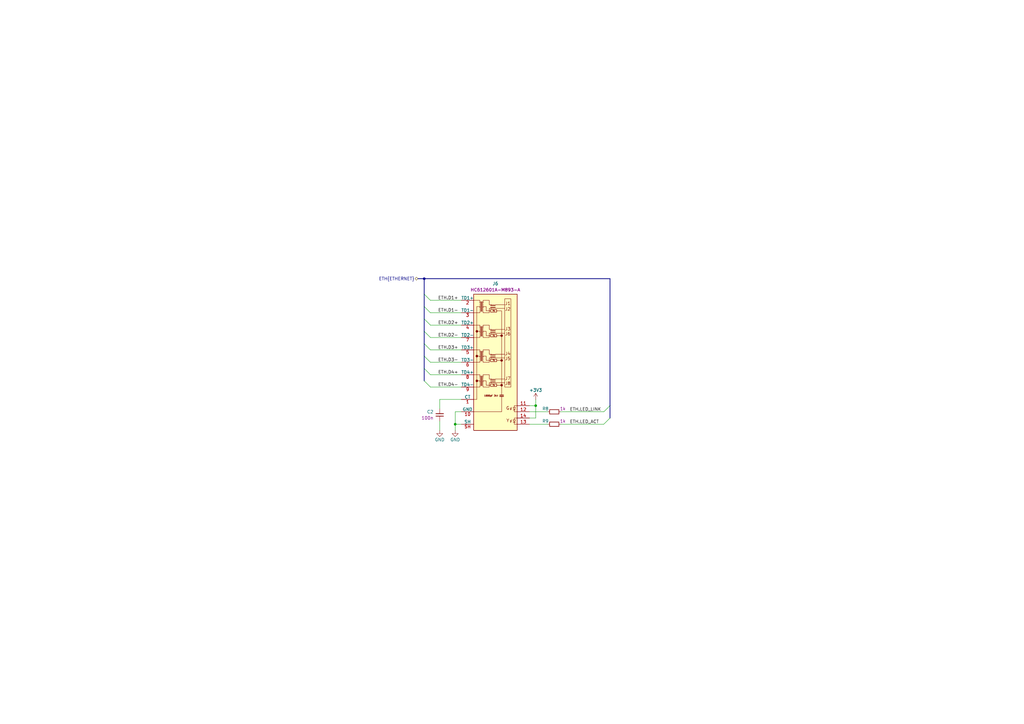
<source format=kicad_sch>
(kicad_sch (version 20250114) (generator "eeschema") (generator_version "9.0")
  (paper "A3")
  (title_block (title "ModuCard CM5 module") (date "2025-07-05") (rev "1.0.0") (company "KoNaR") (comment 1 "Project author: Dominik Pluta"))
  (lib_symbols
    (symbol "DW-capacitors:C-100n-0402" (pin_numbers (hide yes)) (pin_names (hide yes))
      (property "Reference" "C" (at 12.7 0 0))
      (property "Val" "100n" (at 12.7 -20.32 0))
      (symbol "C-100n-0402_0_1"
        (polyline (pts (xy 2.032 -1.524) (xy 2.032 1.524)) (stroke (width 0.3048)))
        (polyline (pts (xy 3.048 -1.524) (xy 3.048 1.524)) (stroke (width 0.3302)))
      )
      (symbol "C-100n-0402_1_1"
        (pin passive line (at 0 0 0) (length 2.032) (name "~") (number "1"))
        (pin passive line (at 5.08 0 180) (length 2.032) (name "~") (number "2"))
      )
    )
    (symbol "DW-connectors:RJ45_HC612601A-M893-A" (pin_names (offset 0))
      (property "Reference" "J" (at 25.4 0 0))
      (property "MPN" "HC612601A-M893-A" (at 25.4 -15.24 0))
      (symbol "RJ45_HC612601A-M893-A_0_0"
        (polyline (pts (xy 6.35 -2.54) (xy 7.62 -2.54)))
        (circle (center 6.35 -12.7) (radius 0.0001) (stroke (width 0.508)))
        (polyline (pts (xy 6.35 -22.86) (xy 7.62 -22.86)))
        (circle (center 6.35 -22.86) (radius 0.0001) (stroke (width 0.508)))
        (polyline (pts (xy 6.35 -33.02) (xy 7.62 -33.02)))
        (circle (center 6.35 -33.02) (radius 0.0001) (stroke (width 0.508)))
        (polyline (pts (xy 7.62 -12.7) (xy 6.35 -12.7)))
        (polyline (pts (xy 11.938 -4.318) (xy 10.16 -4.318) (xy 10.16 -2.54) (xy 8.89 -2.54)))
        (polyline (pts (xy 11.938 -14.478) (xy 10.16 -14.478) (xy 10.16 -12.7) (xy 8.89 -12.7)))
        (polyline (pts (xy 11.938 -24.638) (xy 10.16 -24.638) (xy 10.16 -22.86) (xy 8.89 -22.86)))
        (polyline (pts (xy 11.938 -34.798) (xy 10.16 -34.798) (xy 10.16 -33.02) (xy 8.89 -33.02)))
        (polyline (pts (xy 13.97 -1.778) (xy 17.78 -1.778)))
        (polyline (pts (xy 13.97 -3.302) (xy 17.78 -3.302)))
        (polyline (pts (xy 13.97 -11.938) (xy 17.78 -11.938)))
        (polyline (pts (xy 13.97 -13.462) (xy 17.78 -13.462)))
        (polyline (pts (xy 13.97 -22.098) (xy 17.78 -22.098)))
        (polyline (pts (xy 13.97 -23.622) (xy 17.78 -23.622)))
        (polyline (pts (xy 13.97 -32.258) (xy 17.78 -32.258)))
        (polyline (pts (xy 13.97 -33.782) (xy 17.78 -33.782)))
        (polyline (pts (xy 14.478 -34.798) (xy 16.51 -34.798)))
        (circle (center 16.51 -14.478) (radius 0.0001) (stroke (width 0.508)))
        (circle (center 16.51 -24.638) (radius 0.0001) (stroke (width 0.508)))
        (circle (center 16.51 -34.798) (radius 0.0001) (stroke (width 0.508)))
        (text "1000pF 2kV" (at 12.192 -39.116 0) (effects (font (size 0.635 0.635))))
        (text "G" (at 19.05 -44.196 0) (effects (font (size 1.27 1.27))))
        (text "Y" (at 19.05 -49.276 0) (effects (font (size 1.27 1.27))))
      )
      (symbol "RJ45_HC612601A-M893-A_0_1"
        (rectangle (start 5.08 2.54) (end 22.86 -53.34) (stroke (width 0.254)) (fill (type background)))
        (polyline (pts (xy 5.08 -40.64) (xy 6.35 -40.64) (xy 6.35 -2.54)))
        (circle (center 7.5946 -0.762) (radius 0.0762) (stroke (width 0.0254)) (fill (type outline)))
        (circle (center 7.5946 -2.794) (radius 0.0762) (stroke (width 0.0254)) (fill (type outline)))
        (circle (center 7.5946 -10.922) (radius 0.0762) (stroke (width 0.0254)) (fill (type outline)))
        (circle (center 7.5946 -12.954) (radius 0.0762) (stroke (width 0.0254)) (fill (type outline)))
        (circle (center 7.5946 -21.082) (radius 0.0762) (stroke (width 0.0254)) (fill (type outline)))
        (circle (center 7.5946 -23.114) (radius 0.0762) (stroke (width 0.0254)) (fill (type outline)))
        (circle (center 7.5946 -31.242) (radius 0.0762) (stroke (width 0.0254)) (fill (type outline)))
        (circle (center 7.5946 -33.274) (radius 0.0762) (stroke (width 0.0254)) (fill (type outline)))
        (arc (start 7.62 -2.032) (mid 7.873 -2.286) (end 7.62 -2.54))
        (arc (start 7.62 -2.54) (mid 7.873 -2.794) (end 7.62 -3.048))
        (arc (start 7.62 -12.192) (mid 7.873 -12.446) (end 7.62 -12.7))
        (arc (start 7.62 -12.7) (mid 7.873 -12.954) (end 7.62 -13.208))
        (arc (start 7.62 -22.352) (mid 7.873 -22.606) (end 7.62 -22.86))
        (arc (start 7.62 -22.86) (mid 7.873 -23.114) (end 7.62 -23.368))
        (arc (start 7.62 -32.512) (mid 7.873 -32.766) (end 7.62 -33.02))
        (arc (start 7.62 -33.02) (mid 7.873 -33.274) (end 7.62 -33.528))
        (polyline (pts (xy 7.62 -0.508) (xy 7.62 0) (xy 5.08 0)))
        (arc (start 7.62 -0.508) (mid 7.873 -0.762) (end 7.62 -1.016))
        (arc (start 7.62 -1.016) (mid 7.874 -1.27) (end 7.62 -1.524))
        (arc (start 7.62 -1.524) (mid 7.873 -1.778) (end 7.62 -2.032))
        (arc (start 7.62 -3.048) (mid 7.873 -3.302) (end 7.62 -3.556))
        (arc (start 7.62 -3.556) (mid 7.874 -3.81) (end 7.62 -4.064))
        (arc (start 7.62 -4.064) (mid 7.873 -4.318) (end 7.62 -4.572))
        (polyline (pts (xy 7.62 -4.572) (xy 7.62 -5.08) (xy 5.08 -5.08)))
        (polyline (pts (xy 7.62 -10.668) (xy 7.62 -10.16) (xy 5.08 -10.16)))
        (arc (start 7.62 -10.668) (mid 7.873 -10.922) (end 7.62 -11.176))
        (arc (start 7.62 -11.176) (mid 7.874 -11.43) (end 7.62 -11.684))
        (arc (start 7.62 -11.684) (mid 7.873 -11.938) (end 7.62 -12.192))
        (arc (start 7.62 -13.208) (mid 7.873 -13.462) (end 7.62 -13.716))
        (arc (start 7.62 -13.716) (mid 7.874 -13.97) (end 7.62 -14.224))
        (arc (start 7.62 -14.224) (mid 7.873 -14.478) (end 7.62 -14.732))
        (polyline (pts (xy 7.62 -14.732) (xy 7.62 -15.24) (xy 5.08 -15.24)))
        (polyline (pts (xy 7.62 -20.828) (xy 7.62 -20.32) (xy 5.08 -20.32)))
        (arc (start 7.62 -20.828) (mid 7.873 -21.082) (end 7.62 -21.336))
        (arc (start 7.62 -21.336) (mid 7.874 -21.59) (end 7.62 -21.844))
        (arc (start 7.62 -21.844) (mid 7.873 -22.098) (end 7.62 -22.352))
        (arc (start 7.62 -23.368) (mid 7.873 -23.622) (end 7.62 -23.876))
        (arc (start 7.62 -23.876) (mid 7.874 -24.13) (end 7.62 -24.384))
        (arc (start 7.62 -24.384) (mid 7.873 -24.638) (end 7.62 -24.892))
        (polyline (pts (xy 7.62 -24.892) (xy 7.62 -25.4) (xy 5.08 -25.4)))
        (polyline (pts (xy 7.62 -30.988) (xy 7.62 -30.48) (xy 5.08 -30.48)))
        (arc (start 7.62 -30.988) (mid 7.873 -31.242) (end 7.62 -31.496))
        (arc (start 7.62 -31.496) (mid 7.874 -31.75) (end 7.62 -32.004))
        (arc (start 7.62 -32.004) (mid 7.873 -32.258) (end 7.62 -32.512))
        (arc (start 7.62 -33.528) (mid 7.873 -33.782) (end 7.62 -34.036))
        (arc (start 7.62 -34.036) (mid 7.874 -34.29) (end 7.62 -34.544))
        (arc (start 7.62 -34.544) (mid 7.873 -34.798) (end 7.62 -35.052))
        (polyline (pts (xy 7.62 -35.052) (xy 7.62 -35.56) (xy 5.08 -35.56)))
        (polyline (pts (xy 8.128 -4.572) (xy 8.128 -0.508)))
        (polyline (pts (xy 8.128 -14.732) (xy 8.128 -10.668)))
        (polyline (pts (xy 8.128 -24.892) (xy 8.128 -20.828)))
        (polyline (pts (xy 8.128 -35.052) (xy 8.128 -30.988)))
        (polyline (pts (xy 8.382 -0.508) (xy 8.382 -4.572)))
        (polyline (pts (xy 8.382 -10.668) (xy 8.382 -14.732)))
        (polyline (pts (xy 8.382 -20.828) (xy 8.382 -24.892)))
        (polyline (pts (xy 8.382 -30.988) (xy 8.382 -35.052)))
        (arc (start 8.89 -1.016) (mid 8.637 -0.762) (end 8.89 -0.508))
        (arc (start 8.89 -1.524) (mid 8.636 -1.27) (end 8.89 -1.016))
        (arc (start 8.89 -2.032) (mid 8.637 -1.778) (end 8.89 -1.524))
        (arc (start 8.89 -3.556) (mid 8.637 -3.302) (end 8.89 -3.048))
        (arc (start 8.89 -4.064) (mid 8.636 -3.81) (end 8.89 -3.556))
        (arc (start 8.89 -4.572) (mid 8.637 -4.318) (end 8.89 -4.064))
        (polyline (pts (xy 8.89 -4.572) (xy 8.89 -5.08) (xy 11.43 -5.08) (xy 11.43 -3.302) (xy 11.938 -3.302)))
        (arc (start 8.89 -11.176) (mid 8.637 -10.922) (end 8.89 -10.668))
        (arc (start 8.89 -11.684) (mid 8.636 -11.43) (end 8.89 -11.176))
        (arc (start 8.89 -12.192) (mid 8.637 -11.938) (end 8.89 -11.684))
        (arc (start 8.89 -13.716) (mid 8.637 -13.462) (end 8.89 -13.208))
        (arc (start 8.89 -14.224) (mid 8.636 -13.97) (end 8.89 -13.716))
        (arc (start 8.89 -14.732) (mid 8.637 -14.478) (end 8.89 -14.224))
        (polyline (pts (xy 8.89 -14.732) (xy 8.89 -15.24) (xy 11.43 -15.24) (xy 11.43 -13.462) (xy 11.938 -13.462)))
        (arc (start 8.89 -21.336) (mid 8.637 -21.082) (end 8.89 -20.828))
        (arc (start 8.89 -21.844) (mid 8.636 -21.59) (end 8.89 -21.336))
        (arc (start 8.89 -22.352) (mid 8.637 -22.098) (end 8.89 -21.844))
        (arc (start 8.89 -23.876) (mid 8.637 -23.622) (end 8.89 -23.368))
        (arc (start 8.89 -24.384) (mid 8.636 -24.13) (end 8.89 -23.876))
        (arc (start 8.89 -24.892) (mid 8.637 -24.638) (end 8.89 -24.384))
        (polyline (pts (xy 8.89 -24.892) (xy 8.89 -25.4) (xy 11.43 -25.4) (xy 11.43 -23.622) (xy 11.938 -23.622)))
        (arc (start 8.89 -31.496) (mid 8.637 -31.242) (end 8.89 -30.988))
        (arc (start 8.89 -32.004) (mid 8.636 -31.75) (end 8.89 -31.496))
        (arc (start 8.89 -32.512) (mid 8.637 -32.258) (end 8.89 -32.004))
        (arc (start 8.89 -34.036) (mid 8.637 -33.782) (end 8.89 -33.528))
        (arc (start 8.89 -34.544) (mid 8.636 -34.29) (end 8.89 -34.036))
        (arc (start 8.89 -35.052) (mid 8.637 -34.798) (end 8.89 -34.544))
        (polyline (pts (xy 8.89 -35.052) (xy 8.89 -35.56) (xy 11.43 -35.56) (xy 11.43 -33.782) (xy 11.938 -33.782)))
        (arc (start 8.89 -2.54) (mid 8.637 -2.286) (end 8.89 -2.032))
        (arc (start 8.89 -3.048) (mid 8.637 -2.794) (end 8.89 -2.54))
        (arc (start 8.89 -12.7) (mid 8.637 -12.446) (end 8.89 -12.192))
        (arc (start 8.89 -13.208) (mid 8.637 -12.954) (end 8.89 -12.7))
        (arc (start 8.89 -22.86) (mid 8.637 -22.606) (end 8.89 -22.352))
        (arc (start 8.89 -23.368) (mid 8.637 -23.114) (end 8.89 -22.86))
        (arc (start 8.89 -33.02) (mid 8.637 -32.766) (end 8.89 -32.512))
        (arc (start 8.89 -33.528) (mid 8.637 -33.274) (end 8.89 -33.02))
        (circle (center 8.9154 -0.762) (radius 0.0762) (stroke (width 0.0254)) (fill (type outline)))
        (circle (center 8.9154 -2.794) (radius 0.0762) (stroke (width 0.0254)) (fill (type outline)))
        (circle (center 8.9154 -10.922) (radius 0.0762) (stroke (width 0.0254)) (fill (type outline)))
        (circle (center 8.9154 -12.954) (radius 0.0762) (stroke (width 0.0254)) (fill (type outline)))
        (circle (center 8.9154 -21.082) (radius 0.0762) (stroke (width 0.0254)) (fill (type outline)))
        (circle (center 8.9154 -23.114) (radius 0.0762) (stroke (width 0.0254)) (fill (type outline)))
        (circle (center 8.9154 -31.242) (radius 0.0762) (stroke (width 0.0254)) (fill (type outline)))
        (circle (center 8.9154 -33.274) (radius 0.0762) (stroke (width 0.0254)) (fill (type outline)))
        (polyline (pts (xy 11.938 -1.778) (xy 11.43 -1.778) (xy 11.43 0) (xy 8.89 0) (xy 8.89 -0.508)))
        (polyline (pts (xy 11.938 -2.286) (xy 13.97 -2.286)))
        (polyline (pts (xy 11.938 -11.938) (xy 11.43 -11.938) (xy 11.43 -10.16) (xy 8.89 -10.16) (xy 8.89 -10.668)))
        (polyline (pts (xy 11.938 -12.446) (xy 13.97 -12.446)))
        (polyline (pts (xy 11.938 -22.098) (xy 11.43 -22.098) (xy 11.43 -20.32) (xy 8.89 -20.32) (xy 8.89 -20.828)))
        (polyline (pts (xy 11.938 -22.606) (xy 13.97 -22.606)))
        (polyline (pts (xy 11.938 -32.258) (xy 11.43 -32.258) (xy 11.43 -30.48) (xy 8.89 -30.48) (xy 8.89 -30.988)))
        (polyline (pts (xy 11.938 -32.766) (xy 13.97 -32.766)))
        (circle (center 12.192 -1.7526) (radius 0.0762) (stroke (width 0.0254)) (fill (type outline)))
        (arc (start 12.446 -1.778) (mid 12.192 -2.0309) (end 11.938 -1.778))
        (arc (start 11.938 -3.302) (mid 12.192 -3.0491) (end 12.446 -3.302))
        (circle (center 12.192 -3.3274) (radius 0.0762) (stroke (width 0.0254)) (fill (type outline)))
        (circle (center 12.192 -11.9126) (radius 0.0762) (stroke (width 0.0254)) (fill (type outline)))
        (arc (start 12.446 -11.938) (mid 12.192 -12.1909) (end 11.938 -11.938))
        (arc (start 11.938 -13.462) (mid 12.192 -13.2091) (end 12.446 -13.462))
        (circle (center 12.192 -13.4874) (radius 0.0762) (stroke (width 0.0254)) (fill (type outline)))
        (circle (center 12.192 -22.0726) (radius 0.0762) (stroke (width 0.0254)) (fill (type outline)))
        (arc (start 12.446 -22.098) (mid 12.192 -22.3509) (end 11.938 -22.098))
        (arc (start 11.938 -23.622) (mid 12.192 -23.3691) (end 12.446 -23.622))
        (circle (center 12.192 -23.6474) (radius 0.0762) (stroke (width 0.0254)) (fill (type outline)))
        (circle (center 12.192 -32.2326) (radius 0.0762) (stroke (width 0.0254)) (fill (type outline)))
        (arc (start 12.446 -32.258) (mid 12.192 -32.5109) (end 11.938 -32.258))
        (arc (start 11.938 -33.782) (mid 12.192 -33.5291) (end 12.446 -33.782))
        (circle (center 12.192 -33.8074) (radius 0.0762) (stroke (width 0.0254)) (fill (type outline)))
        (arc (start 12.954 -1.778) (mid 12.7 -2.0309) (end 12.446 -1.778))
        (arc (start 12.446 -3.302) (mid 12.7 -3.0491) (end 12.954 -3.302))
        (arc (start 12.954 -11.938) (mid 12.7 -12.1909) (end 12.446 -11.938))
        (arc (start 12.446 -13.462) (mid 12.7 -13.2091) (end 12.954 -13.462))
        (arc (start 12.954 -22.098) (mid 12.7 -22.3509) (end 12.446 -22.098))
        (arc (start 12.446 -23.622) (mid 12.7 -23.3691) (end 12.954 -23.622))
        (arc (start 12.954 -32.258) (mid 12.7 -32.5109) (end 12.446 -32.258))
        (arc (start 12.446 -33.782) (mid 12.7 -33.5291) (end 12.954 -33.782))
        (arc (start 13.462 -1.778) (mid 13.208 -2.0309) (end 12.954 -1.778))
        (arc (start 12.954 -3.302) (mid 13.208 -3.0491) (end 13.462 -3.302))
        (arc (start 13.462 -11.938) (mid 13.208 -12.1909) (end 12.954 -11.938))
        (arc (start 12.954 -13.462) (mid 13.208 -13.2091) (end 13.462 -13.462))
        (arc (start 13.462 -22.098) (mid 13.208 -22.3509) (end 12.954 -22.098))
        (arc (start 12.954 -23.622) (mid 13.208 -23.3691) (end 13.462 -23.622))
        (arc (start 13.462 -32.258) (mid 13.208 -32.5109) (end 12.954 -32.258))
        (arc (start 12.954 -33.782) (mid 13.208 -33.5291) (end 13.462 -33.782))
        (arc (start 13.97 -1.778) (mid 13.716 -2.0309) (end 13.462 -1.778))
        (arc (start 13.462 -3.302) (mid 13.716 -3.0491) (end 13.97 -3.302))
        (arc (start 13.97 -11.938) (mid 13.716 -12.1909) (end 13.462 -11.938))
        (arc (start 13.462 -13.462) (mid 13.716 -13.2091) (end 13.97 -13.462))
        (arc (start 13.97 -22.098) (mid 13.716 -22.3509) (end 13.462 -22.098))
        (arc (start 13.462 -23.622) (mid 13.716 -23.3691) (end 13.97 -23.622))
        (arc (start 13.97 -32.258) (mid 13.716 -32.5109) (end 13.462 -32.258))
        (arc (start 13.462 -33.782) (mid 13.716 -33.5291) (end 13.97 -33.782))
        (polyline (pts (xy 13.97 -2.794) (xy 11.938 -2.794)))
        (polyline (pts (xy 13.97 -12.954) (xy 11.938 -12.954)))
        (polyline (pts (xy 13.97 -23.114) (xy 11.938 -23.114)))
        (polyline (pts (xy 13.97 -33.274) (xy 11.938 -33.274)))
        (rectangle (start 14.478 -4.826) (end 11.938 -3.81) (stroke (width 0.2032)))
        (rectangle (start 14.478 -14.986) (end 11.938 -13.97) (stroke (width 0.2032)))
        (polyline (pts (xy 14.478 -24.638) (xy 16.51 -24.638)))
        (rectangle (start 14.478 -25.146) (end 11.938 -24.13) (stroke (width 0.2032)))
        (rectangle (start 14.478 -35.306) (end 11.938 -34.29) (stroke (width 0.2032)))
        (polyline (pts (xy 16.51 -14.478) (xy 14.478 -14.478)))
        (polyline (pts (xy 16.51 -38.735) (xy 16.51 -4.318) (xy 14.478 -4.318)))
        (polyline (pts (xy 16.51 -39.37) (xy 16.51 -45.72) (xy 5.08 -45.72)))
        (polyline (pts (xy 17.272 -38.862) (xy 15.748 -38.862)) (stroke (width 0.3048)))
        (polyline (pts (xy 17.272 -39.37) (xy 15.748 -39.37)) (stroke (width 0.3302)))
        (rectangle (start 17.78 0.635) (end 20.32 -35.56))
        (polyline (pts (xy 20.1295 -44.3865) (xy 20.6375 -43.8785)))
        (polyline (pts (xy 20.1295 -44.8945) (xy 20.6375 -44.3865)))
        (polyline (pts (xy 20.1295 -49.4665) (xy 20.6375 -48.9585)))
        (polyline (pts (xy 20.1295 -49.9745) (xy 20.6375 -49.4665)))
        (polyline (pts (xy 20.3835 -44.3865) (xy 20.1295 -44.3865) (xy 20.1295 -44.1325)))
        (polyline (pts (xy 20.3835 -44.8945) (xy 20.1295 -44.8945) (xy 20.1295 -44.6405)))
        (polyline (pts (xy 20.3835 -49.4665) (xy 20.1295 -49.4665) (xy 20.1295 -49.2125)))
        (polyline (pts (xy 20.3835 -49.9745) (xy 20.1295 -49.9745) (xy 20.1295 -49.7205)))
        (polyline (pts (xy 21.717 -44.958) (xy 22.225 -43.942) (xy 21.209 -43.942) (xy 21.717 -44.958)))
        (polyline (pts (xy 21.717 -50.038) (xy 22.225 -49.022) (xy 21.209 -49.022) (xy 21.717 -50.038)))
        (polyline (pts (xy 22.225 -44.958) (xy 21.209 -44.958)))
        (polyline (pts (xy 22.225 -50.038) (xy 21.209 -50.038)))
        (polyline (pts (xy 22.86 -43.18) (xy 21.717 -43.18) (xy 21.717 -43.942)))
        (polyline (pts (xy 22.86 -45.72) (xy 21.717 -45.72) (xy 21.717 -44.958)))
        (polyline (pts (xy 22.86 -48.26) (xy 21.717 -48.26) (xy 21.717 -49.022)))
        (polyline (pts (xy 22.86 -50.8) (xy 21.717 -50.8) (xy 21.717 -50.038)))
      )
      (symbol "RJ45_HC612601A-M893-A_1_0"
        (text "75" (at 13.208 -4.318 0) (effects (font (size 0.508 0.508))))
        (text "75" (at 13.208 -14.478 0) (effects (font (size 0.508 0.508))))
        (text "75" (at 13.208 -24.638 0) (effects (font (size 0.508 0.508))))
        (text "75" (at 13.208 -34.798 0) (effects (font (size 0.508 0.508))))
      )
      (symbol "RJ45_HC612601A-M893-A_1_1"
        (text "J1" (at 19.05 -1.27 0) (effects (font (size 1.27 1.27))))
        (text "J2" (at 19.05 -3.556 0) (effects (font (size 1.27 1.27))))
        (text "J3" (at 19.05 -11.684 0) (effects (font (size 1.27 1.27))))
        (text "J6" (at 19.05 -13.716 0) (effects (font (size 1.27 1.27))))
        (text "J4" (at 19.05 -21.844 0) (effects (font (size 1.27 1.27))))
        (text "J5" (at 19.05 -23.876 0) (effects (font (size 1.27 1.27))))
        (text "J7" (at 19.05 -32.004 0) (effects (font (size 1.27 1.27))))
        (text "J8" (at 19.05 -34.036 0) (effects (font (size 1.27 1.27))))
        (pin passive line (at 0 0 0) (length 5.08) (name "TD1+") (number "2"))
        (pin passive line (at 0 -5.08 0) (length 5.08) (name "TD1-") (number "3"))
        (pin passive line (at 0 -10.16 0) (length 5.08) (name "TD2+") (number "4"))
        (pin passive line (at 0 -15.24 0) (length 5.08) (name "TD2-") (number "7"))
        (pin passive line (at 0 -20.32 0) (length 5.08) (name "TD3+") (number "5"))
        (pin passive line (at 0 -25.4 0) (length 5.08) (name "TD3-") (number "6"))
        (pin passive line (at 0 -30.48 0) (length 5.08) (name "TD4+") (number "8"))
        (pin passive line (at 0 -35.56 0) (length 5.08) (name "TD4-") (number "9"))
        (pin passive line (at 0 -40.64 0) (length 5.08) (name "CT") (number "1"))
        (pin power_in line (at 0 -45.72 0) (length 5.08) (name "GND") (number "10"))
        (pin passive line (at 0 -50.8 0) (length 5.08) (name "SH") (number "SH"))
        (pin passive line (at 27.94 -43.18 180) (length 5.08) (name "~") (number "11"))
        (pin passive line (at 27.94 -45.72 180) (length 5.08) (name "~") (number "12"))
        (pin passive line (at 27.94 -48.26 180) (length 5.08) (name "~") (number "14"))
        (pin passive line (at 27.94 -50.8 180) (length 5.08) (name "~") (number "13"))
      )
    )
    (symbol "DW-power-symbols:+3V3" (power) (pin_numbers (hide yes)) (pin_names (offset 0) (hide yes))
      (property "Value" "+3V3" (at 0 3.556 0))
      (symbol "+3V3_0_1"
        (polyline (pts (xy -0.762 1.27) (xy 0 2.54)))
        (polyline (pts (xy 0 2.54) (xy 0.762 1.27)))
        (polyline (pts (xy 0 0) (xy 0 2.54)))
      )
      (symbol "+3V3_1_1"
        (pin power_in line (at 0 0 90) (length 0) (name "~") (number "1"))
      )
    )
    (symbol "DW-power-symbols:GND" (power) (pin_numbers (hide yes)) (pin_names (offset 0) (hide yes))
      (property "Value" "GND" (at 0 -3.81 0))
      (symbol "GND_0_1"
        (polyline (pts (xy 0 0) (xy 0 -1.27) (xy 1.27 -1.27) (xy 0 -2.54) (xy -1.27 -1.27) (xy 0 -1.27)))
      )
      (symbol "GND_1_1"
        (pin power_in line (at 0 0 270) (length 0) (name "~") (number "1"))
      )
    )
    (symbol "DW-resistors:R-1k-0402" (pin_numbers (hide yes)) (pin_names (offset 0) (hide yes))
      (property "Reference" "R" (at 12.7 0 0))
      (property "Val" "1k" (at 12.7 -20.32 0))
      (symbol "R-1k-0402_0_1"
        (rectangle (start 0.635 0.889) (end 4.445 -0.889) (stroke (width 0.254)))
      )
      (symbol "R-1k-0402_1_1"
        (pin passive line (at 0 0 0) (length 0.635) (name "~") (number "1"))
        (pin passive line (at 5.08 0 180) (length 0.635) (name "~") (number "2"))
      )
    )
  )
  (bus_alias "ETHERNET" (members "D1+" "D1-" "D2+" "D2-" "D3+" "D3-" "D4+" "D4-" "LED_ACT" "LED_LINK"))
  (junction (at 173.99 114.3))
  (junction (at 219.71 166.37))
  (junction (at 186.69 173.99))
  (bus_entry (at 250.19 171.45) (size -2.54 2.54))
  (bus_entry (at 176.53 148.59) (size -2.54 -2.54))
  (bus_entry (at 176.53 153.67) (size -2.54 -2.54))
  (bus_entry (at 176.53 143.51) (size -2.54 -2.54))
  (bus_entry (at 176.53 123.19) (size -2.54 -2.54))
  (bus_entry (at 176.53 158.75) (size -2.54 -2.54))
  (bus_entry (at 176.53 138.43) (size -2.54 -2.54))
  (bus_entry (at 176.53 128.27) (size -2.54 -2.54))
  (bus_entry (at 176.53 133.35) (size -2.54 -2.54))
  (bus_entry (at 250.19 166.37) (size -2.54 2.54))
  (wire (pts (xy 176.53 128.27) (xy 189.23 128.27)))
  (bus (pts (xy 173.99 140.97) (xy 173.99 146.05)))
  (bus (pts (xy 173.99 135.89) (xy 173.99 140.97)))
  (wire (pts (xy 217.17 168.91) (xy 224.79 168.91)))
  (wire (pts (xy 176.53 148.59) (xy 189.23 148.59)))
  (wire (pts (xy 189.23 163.83) (xy 180.34 163.83)))
  (bus (pts (xy 173.99 114.3) (xy 173.99 120.65)))
  (wire (pts (xy 189.23 168.91) (xy 186.69 168.91)))
  (bus (pts (xy 250.19 114.3) (xy 250.19 166.37)))
  (wire (pts (xy 176.53 153.67) (xy 189.23 153.67)))
  (bus (pts (xy 173.99 146.05) (xy 173.99 151.13)))
  (wire (pts (xy 219.71 166.37) (xy 217.17 166.37)))
  (wire (pts (xy 219.71 163.83) (xy 219.71 166.37)))
  (wire (pts (xy 229.87 168.91) (xy 247.65 168.91)))
  (wire (pts (xy 189.23 173.99) (xy 186.69 173.99)))
  (wire (pts (xy 176.53 133.35) (xy 189.23 133.35)))
  (wire (pts (xy 219.71 171.45) (xy 219.71 166.37)))
  (wire (pts (xy 229.87 173.99) (xy 247.65 173.99)))
  (bus (pts (xy 173.99 125.73) (xy 173.99 130.81)))
  (bus (pts (xy 173.99 151.13) (xy 173.99 156.21)))
  (wire (pts (xy 176.53 143.51) (xy 189.23 143.51)))
  (wire (pts (xy 180.34 163.83) (xy 180.34 167.64)))
  (bus (pts (xy 173.99 114.3) (xy 250.19 114.3)))
  (wire (pts (xy 217.17 171.45) (xy 219.71 171.45)))
  (bus (pts (xy 173.99 130.81) (xy 173.99 135.89)))
  (bus (pts (xy 173.99 120.65) (xy 173.99 125.73)))
  (bus (pts (xy 171.45 114.3) (xy 173.99 114.3)))
  (wire (pts (xy 186.69 173.99) (xy 186.69 176.53)))
  (wire (pts (xy 176.53 158.75) (xy 189.23 158.75)))
  (wire (pts (xy 176.53 138.43) (xy 189.23 138.43)))
  (wire (pts (xy 180.34 172.72) (xy 180.34 176.53)))
  (wire (pts (xy 186.69 168.91) (xy 186.69 173.99)))
  (wire (pts (xy 217.17 173.99) (xy 224.79 173.99)))
  (bus (pts (xy 250.19 171.45) (xy 250.19 166.37)))
  (wire (pts (xy 176.53 123.19) (xy 189.23 123.19)))
  (label "ETH.D1+" (at 187.96 123.19 180))
  (label "ETH.LED_LINK" (at 233.68 168.91 0))
  (label "ETH.D4-" (at 187.96 158.75 180))
  (label "ETH.D3-" (at 187.96 148.59 180))
  (label "ETH.D2+" (at 187.96 133.35 180))
  (label "ETH.D2-" (at 187.96 138.43 180))
  (label "ETH.D4+" (at 187.96 153.67 180))
  (label "ETH.LED_ACT" (at 233.68 173.99 0))
  (label "ETH.D3+" (at 187.96 143.51 180))
  (label "ETH.D1-" (at 187.96 128.27 180))
  (hierarchical_label "ETH{ETHERNET}" (shape bidirectional) (at 171.45 114.3 180))
  (symbol (lib_id "DW-power-symbols:GND") (at 186.69 176.53 0) (mirror y) (unit 1)
    (property "Reference" "#PWR031" (effects (hide yes)))
    (property "Value" "GND" (at 186.69 180.34 0))
    (property "Description" "Power symbol creates a global label with name \"GND\" , ground" (effects (hide yes)))
  )
  (symbol (lib_id "DW-power-symbols:+3V3") (at 219.71 163.83 0) (unit 1)
    (property "Reference" "#PWR029" (effects (hide yes)))
    (property "Value" "+3V3" (at 219.71 160.02 0))
    (property "Description" "Power symbol creates a global label with name \"+3V3\"" (effects (hide yes)))
  )
  (symbol (lib_id "DW-resistors:R-1k-0402") (at 224.79 173.99 0) (unit 1)
    (property "Reference" "R9" (at 225.044 172.72 0) (effects (justify right)))
    (property "Value" "R-1k-0402" (effects (hide yes)))
    (property "Footprint" "DW-footprints:R_0402_1005Metric" (effects (hide yes)))
    (property "Datasheet" "https://lcsc.com/datasheet/lcsc_datasheet_2411221126_UNI-ROYAL-Uniroyal-Elec-0402WGF1001TCE_C11702.pdf" (effects (hide yes)))
    (property "Description" "62.5mW Thick Film Resistor 50V ±100ppm/℃ ±1% 1kΩ 0402 Chip Resistor - Surface Mount ROHS" (effects (hide yes)))
    (property "Manufacturer" "UNI-ROYAL(Uniroyal Elec)" (effects (hide yes)))
    (property "MPN" "0402WGF1001TCE" (effects (hide yes)))
    (property "LCSC" "C11702" (effects (hide yes)))
    (property "Val" "1k" (at 229.616 172.72 0) (effects (justify left)))
    (property "Tolerance" "1%" (effects (hide yes)))
  )
  (symbol (lib_id "DW-resistors:R-1k-0402") (at 224.79 168.91 0) (unit 1)
    (property "Reference" "R8" (at 225.044 167.64 0) (effects (justify right)))
    (property "Value" "R-1k-0402" (effects (hide yes)))
    (property "Footprint" "DW-footprints:R_0402_1005Metric" (effects (hide yes)))
    (property "Datasheet" "https://lcsc.com/datasheet/lcsc_datasheet_2411221126_UNI-ROYAL-Uniroyal-Elec-0402WGF1001TCE_C11702.pdf" (effects (hide yes)))
    (property "Description" "62.5mW Thick Film Resistor 50V ±100ppm/℃ ±1% 1kΩ 0402 Chip Resistor - Surface Mount ROHS" (effects (hide yes)))
    (property "Manufacturer" "UNI-ROYAL(Uniroyal Elec)" (effects (hide yes)))
    (property "MPN" "0402WGF1001TCE" (effects (hide yes)))
    (property "LCSC" "C11702" (effects (hide yes)))
    (property "Val" "1k" (at 229.616 167.64 0) (effects (justify left)))
    (property "Tolerance" "1%" (effects (hide yes)))
  )
  (symbol (lib_id "DW-connectors:RJ45_HC612601A-M893-A") (at 189.23 123.19 0) (unit 1)
    (property "Reference" "J6" (at 203.2 116.332 0))
    (property "Value" "RJ45_HC612601A-M893-A" (effects (hide yes)))
    (property "Footprint" "DW-footprints:RJ45_HC612601A-M893-A" (effects (hide yes)))
    (property "Datasheet" "https://lcsc.com/datasheet/lcsc_datasheet_2504101957_HCTL-HC612601A-M893-A_C3021368.pdf" (effects (hide yes)))
    (property "Description" "RJ45 Jack Shielded 1 Right Angle Gold Phosphor Bronze With LED 0℃~+70℃ Plugin Ethernet" (effects (hide yes)))
    (property "Manufacturer" "HCTL" (effects (hide yes)))
    (property "MPN" "HC612601A-M893-A" (at 203.2 118.872 0))
    (property "LCSC" "C3021368" (effects (hide yes)))
  )
  (symbol (lib_id "DW-power-symbols:GND") (at 180.34 176.53 0) (mirror y) (unit 1)
    (property "Reference" "#PWR030" (effects (hide yes)))
    (property "Value" "GND" (at 180.34 180.34 0))
    (property "Description" "Power symbol creates a global label with name \"GND\" , ground" (effects (hide yes)))
  )
  (symbol (lib_id "DW-capacitors:C-100n-0402") (at 180.34 172.72 270) (mirror x) (unit 1)
    (property "Reference" "C2" (at 177.8 168.9036 90) (effects (justify right)))
    (property "Value" "C-100n-0402" (effects (hide yes)))
    (property "Footprint" "DW-footprints:C_0402_1005Metric" (effects (hide yes)))
    (property "Datasheet" "https://lcsc.com/datasheet/lcsc_datasheet_2304140030_Samsung-Electro-Mechanics-CL05B104KB54PNC_C307331.pdf" (effects (hide yes)))
    (property "Description" "50V 100nF X7R ±10% 0402 Multilayer Ceramic Capacitors MLCC - SMD/SMT ROHS" (effects (hide yes)))
    (property "Manufacturer" "Samsung Electro-Mechanics" (effects (hide yes)))
    (property "MPN" "CL05B104KB54PNC" (effects (hide yes)))
    (property "LCSC" "C307331" (effects (hide yes)))
    (property "Val" "100n" (at 177.8 171.4436 90) (effects (justify right)))
    (property "Tolerance" "10%" (effects (hide yes)))
    (property "Voltage" "50V" (effects (hide yes)))
    (property "Dielectric" "X7R" (effects (hide yes)))
  )
)
</source>
